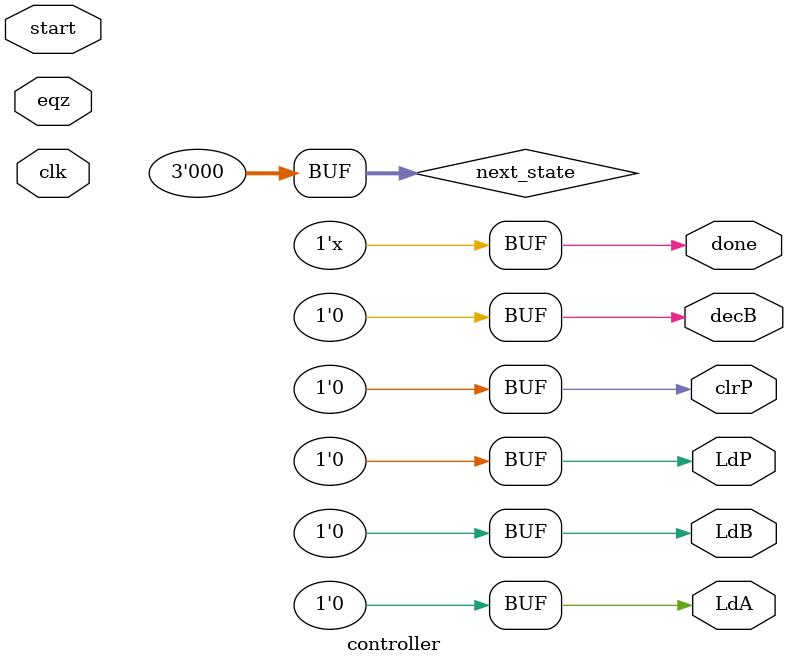
<source format=v>
module bit8_mult (eqz, LdA, LdB, LdP, clrP, decB, data_in, clk);
 input LdA, LdB, LdP, clrP, decB, clk;
 input [15:0] data_in;
 output eqz;
 wire [15:0] X, Y, Z, Bout, data_in;
 PIPO1 A (X, data_in, LdA, clk);
 PIPO2 P (Y, Z, LdP, clrP, clk);
 CNTR B (Bout, data_in, LdB, decB, clk);
 ADD AD (Z, X, Y);
 EQZ COMP (eqz, Bout);
endmodule

module PIPO1 (dout, din, ld, clk);
 input [15:0] din;
 input ld, clk;
 output reg [15:0] dout;
 always @(posedge clk)
 if (ld) dout <= din;
endmodule

module ADD (out, in1, in2);
 input [15:0] in1, in2;
 output reg [15:0] out;
 always @(*)
 out = in1 + in2;
endmodule

module PIPO2 (dout, din, ld,clr, clk);
 input [15:0] din;
 input ld, clr, clk;
 output reg [15:0] dout;
 always @(posedge clk)
 if (clr) dout <= 16'b0;
 else if (ld) dout <= din;
endmodule

module EQZ (eqz, data);
 input [15:0] data;
 output eqz;
 assign eqz = (data == 0);
endmodule

module CNTR (dout, din, ld, dec, clk);
 input [15:0] din;
 input ld, dec, clk;
 output reg [15:0] dout;
 always @(posedge clk)
 if (ld) dout <= din;
 else if (dec) dout <= dout - 1;
endmodule 

module controller (LdA, LdB, LdP, clrP, decB, done, clk, eqz, start);
 input clk, eqz, start;
 output reg LdA, LdB, LdP, clrP, decB, done;
 reg [2:0] state, next_state;
 parameter S0=3'b000, S1=3'b001, S2=3'b010, S3=3'b011, S4=3'b100;
 
 always @(posedge clk)
 begin
	state <= next_state; 
 end 
 
 always @(*)
 begin
 case (state)
 S0: begin #1 LdA = 0; LdB = 0; LdP = 0; clrP = 0; decB = 0; 
	  if (start) begin
			next_state = S1;
	  end
	  
	  end
 S1: begin 
		next_state = S2;
		#1 LdA = 1;  end
 S2: begin #1 LdA = 0; LdB = 1; clrP = 1; next_state = S3; end
 S3: begin #2 LdB = 0; LdP = 1; clrP = 0; decB = 1; 
	  if (eqz) begin
	  state <= S4; 
	  end
	  end
	  
 S4: begin #1 done = 1; LdB = 0; LdP = 0; decB = 0; next_state= S4; end
 default: begin #1 LdA = 0; LdB = 0; LdP = 0; clrP = 0; decB = 0; next_state = S0; end
 endcase
 end
endmodule
</source>
